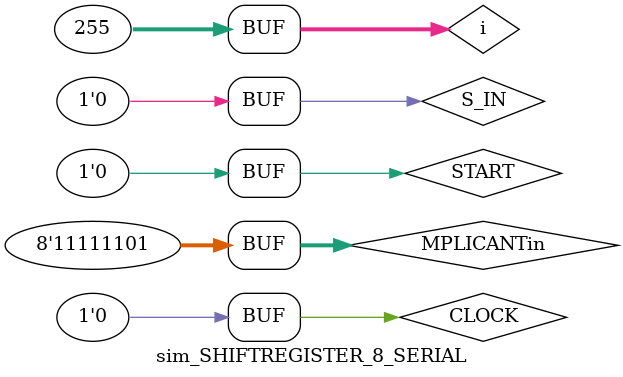
<source format=v>
`timescale 1ns / 1ps


module sim_SHIFTREGISTER_8_SERIAL();
    wire [7:0] MPLICANT;
    reg START;
    reg [7:0] MPLICANTin;
    reg CLOCK;
    reg S_IN;
    wire S_OUT;
    SHIFTREGISTER_8 test(
        .P_OUT(MPLICANT),   // Will go to summer
        .S_OUT(S_OUT),          // Does not need this either          
        .P_IN(MPLICANTin),  
        .S_IN(S_IN),           // This does not matter since it MPLICANT does not shift
        .SHIFT_LOAD(1),     // test SHIFT
        .ASYN(START),       // Asynchronous clear
        .P_IN_INITIAL(MPLICANTin), // START=1 LOAD MPLICANTin
        .CLOCK(CLOCK));          // Why need clock when you never use it?
    integer i;
    initial begin
        START<=0;
        for(i=0;i<255;i=i+1) begin
            #5 START<=(i%2);
            #5 S_IN<=1;
            #5 MPLICANTin=i;
            #5 CLOCK=1;
            #5 MPLICANTin=(i-1);
            #5 CLOCK=0;
            #5 S_IN<=0;
            #5 MPLICANTin=i;
            #5 CLOCK=1;
            #5 MPLICANTin=(i-1);
            #5 CLOCK=0;
        end
    end
endmodule

</source>
